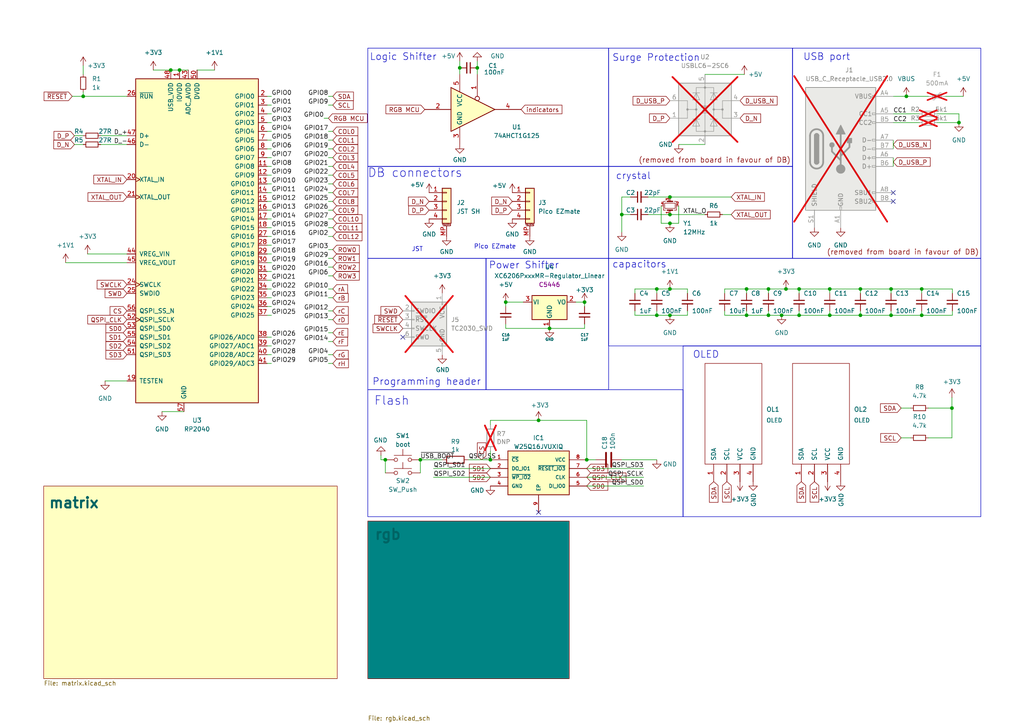
<source format=kicad_sch>
(kicad_sch (version 20231120) (generator "eeschema") (generator_version "8.0")
  (paper "A4")
  (junction (at 226.695 91.44))
  (junction (at 262.89 27.94))
  (junction (at 194.31 57.15))
  (junction (at 159.385 95.25) (diameter 0.9144))
  (junction (at 190.5 83.82))
  (junction (at 267.335 83.82))
  (junction (at 249.555 83.82))
  (junction (at 121.92 133.35))
  (junction (at 267.335 91.44))
  (junction (at 278.13 35.56))
  (junction (at 216.535 91.44))
  (junction (at 52.07 20.32))
  (junction (at 138.43 19.685))
  (junction (at 190.5 91.44))
  (junction (at 194.31 91.44))
  (junction (at 240.665 83.82))
  (junction (at 169.545 87.63) (diameter 0.9144))
  (junction (at 258.445 91.44))
  (junction (at 194.31 83.82))
  (junction (at 194.31 64.77))
  (junction (at 276.098 118.364))
  (junction (at 133.35 19.685))
  (junction (at 222.885 83.82))
  (junction (at 231.775 83.82))
  (junction (at 240.665 91.44))
  (junction (at 258.445 83.82))
  (junction (at 194.31 62.23))
  (junction (at 142.24 133.35))
  (junction (at 231.775 91.44))
  (junction (at 111.76 133.35))
  (junction (at 222.885 91.44))
  (junction (at 227.965 83.82))
  (junction (at 24.13 27.94))
  (junction (at 216.535 83.82))
  (junction (at 49.53 20.32))
  (junction (at 180.34 62.23))
  (junction (at 146.685 87.63) (diameter 0.9144))
  (junction (at 156.21 121.92))
  (junction (at 170.18 133.35))
  (junction (at 249.555 91.44))
  (no_connect (at 156.21 148.59))
  (no_connect (at 259.08 58.42))
  (no_connect (at 116.84 97.79))
  (no_connect (at 259.08 55.88))
  (wire (pts (xy 96.52 83.82) (xy 95.25 83.82)))
  (wire (pts (xy 231.775 83.82) (xy 240.665 83.82)))
  (wire (pts (xy 96.52 90.17) (xy 95.25 90.17)))
  (wire (pts (xy 57.15 20.32) (xy 62.23 20.32)))
  (wire (pts (xy 95.25 48.26) (xy 96.52 48.26)))
  (wire (pts (xy 77.47 76.2) (xy 78.74 76.2)))
  (wire (pts (xy 276.225 91.44) (xy 276.225 90.17)))
  (wire (pts (xy 210.185 85.09) (xy 210.185 83.82)))
  (wire (pts (xy 142.24 121.92) (xy 142.24 123.19)))
  (wire (pts (xy 199.39 83.82) (xy 199.39 85.09)))
  (wire (pts (xy 77.47 38.1) (xy 78.74 38.1)))
  (wire (pts (xy 96.52 92.71) (xy 95.25 92.71)))
  (wire (pts (xy 191.77 59.69) (xy 191.77 64.77)))
  (wire (pts (xy 274.32 27.94) (xy 279.4 27.94)))
  (wire (pts (xy 262.89 27.94) (xy 269.24 27.94)))
  (wire (pts (xy 196.85 59.69) (xy 196.85 64.77)))
  (wire (pts (xy 276.225 83.82) (xy 276.225 85.09)))
  (wire (pts (xy 77.47 50.8) (xy 78.74 50.8)))
  (wire (pts (xy 78.74 88.9) (xy 77.47 88.9)))
  (wire (pts (xy 77.47 66.04) (xy 78.74 66.04)))
  (wire (pts (xy 199.39 91.44) (xy 199.39 90.17)))
  (wire (pts (xy 30.48 110.49) (xy 36.83 110.49)))
  (wire (pts (xy 180.34 62.23) (xy 180.34 67.31)))
  (wire (pts (xy 21.59 39.37) (xy 24.13 39.37)))
  (wire (pts (xy 29.21 39.37) (xy 36.83 39.37)))
  (wire (pts (xy 267.335 83.82) (xy 267.335 85.09)))
  (wire (pts (xy 210.185 83.82) (xy 216.535 83.82)))
  (wire (pts (xy 77.47 27.94) (xy 78.74 27.94)))
  (wire (pts (xy 142.24 121.92) (xy 156.21 121.92)))
  (wire (pts (xy 271.78 33.02) (xy 278.13 33.02)))
  (wire (pts (xy 146.685 87.63) (xy 151.765 87.63)))
  (wire (pts (xy 121.92 133.35) (xy 121.92 137.16)))
  (wire (pts (xy 216.535 91.44) (xy 222.885 91.44)))
  (wire (pts (xy 231.775 91.44) (xy 231.775 90.17)))
  (wire (pts (xy 24.13 27.94) (xy 36.83 27.94)))
  (wire (pts (xy 194.31 83.82) (xy 199.39 83.82)))
  (wire (pts (xy 240.665 91.44) (xy 249.555 91.44)))
  (wire (pts (xy 36.83 76.2) (xy 19.05 76.2)))
  (wire (pts (xy 95.25 40.64) (xy 96.52 40.64)))
  (wire (pts (xy 258.445 90.17) (xy 258.445 91.44)))
  (wire (pts (xy 138.43 19.685) (xy 138.43 21.59)))
  (wire (pts (xy 259.08 35.56) (xy 266.7 35.56)))
  (wire (pts (xy 77.47 55.88) (xy 78.74 55.88)))
  (wire (pts (xy 222.885 91.44) (xy 226.695 91.44)))
  (wire (pts (xy 261.366 127) (xy 264.16 127)))
  (wire (pts (xy 258.445 83.82) (xy 258.445 85.09)))
  (wire (pts (xy 259.08 33.02) (xy 266.7 33.02)))
  (wire (pts (xy 77.47 45.72) (xy 78.74 45.72)))
  (wire (pts (xy 170.18 135.89) (xy 186.69 135.89)))
  (wire (pts (xy 169.545 87.63) (xy 169.545 88.9)))
  (wire (pts (xy 172.72 133.35) (xy 170.18 133.35)))
  (wire (pts (xy 180.34 62.23) (xy 182.88 62.23)))
  (wire (pts (xy 95.25 72.39) (xy 96.52 72.39)))
  (wire (pts (xy 231.775 83.82) (xy 231.775 85.09)))
  (wire (pts (xy 269.24 127) (xy 276.098 127)))
  (wire (pts (xy 167.005 87.63) (xy 169.545 87.63)))
  (wire (pts (xy 78.74 86.36) (xy 77.47 86.36)))
  (wire (pts (xy 190.5 83.82) (xy 184.15 83.82)))
  (wire (pts (xy 187.96 62.23) (xy 194.31 62.23)))
  (wire (pts (xy 249.555 91.44) (xy 258.445 91.44)))
  (wire (pts (xy 190.5 133.35) (xy 180.34 133.35)))
  (wire (pts (xy 52.07 20.32) (xy 54.61 20.32)))
  (wire (pts (xy 138.43 17.78) (xy 138.43 19.685)))
  (wire (pts (xy 267.335 83.82) (xy 276.225 83.82)))
  (wire (pts (xy 194.31 91.44) (xy 199.39 91.44)))
  (wire (pts (xy 128.27 133.35) (xy 121.92 133.35)))
  (wire (pts (xy 95.25 105.41) (xy 96.52 105.41)))
  (wire (pts (xy 95.25 80.01) (xy 96.52 80.01)))
  (wire (pts (xy 191.77 64.77) (xy 194.31 64.77)))
  (wire (pts (xy 249.555 90.17) (xy 249.555 91.44)))
  (wire (pts (xy 77.47 33.02) (xy 78.74 33.02)))
  (wire (pts (xy 95.25 38.1) (xy 96.52 38.1)))
  (wire (pts (xy 95.25 27.94) (xy 96.52 27.94)))
  (wire (pts (xy 24.13 26.67) (xy 24.13 27.94)))
  (wire (pts (xy 25.4 73.66) (xy 36.83 73.66)))
  (wire (pts (xy 29.21 41.91) (xy 36.83 41.91)))
  (wire (pts (xy 77.47 58.42) (xy 78.74 58.42)))
  (wire (pts (xy 77.47 73.66) (xy 78.74 73.66)))
  (wire (pts (xy 95.25 74.93) (xy 96.52 74.93)))
  (wire (pts (xy 111.76 133.35) (xy 111.76 137.16)))
  (wire (pts (xy 159.385 95.25) (xy 146.685 95.25)))
  (wire (pts (xy 95.25 102.87) (xy 96.52 102.87)))
  (wire (pts (xy 96.52 58.42) (xy 95.25 58.42)))
  (wire (pts (xy 78.74 97.79) (xy 77.47 97.79)))
  (wire (pts (xy 146.685 93.98) (xy 146.685 95.25)))
  (wire (pts (xy 187.96 57.15) (xy 194.31 57.15)))
  (wire (pts (xy 196.85 64.77) (xy 194.31 64.77)))
  (wire (pts (xy 269.24 118.364) (xy 276.098 118.364)))
  (wire (pts (xy 210.185 91.44) (xy 216.535 91.44)))
  (wire (pts (xy 78.74 100.33) (xy 77.47 100.33)))
  (wire (pts (xy 240.665 83.82) (xy 240.665 85.09)))
  (wire (pts (xy 196.85 41.91) (xy 204.47 41.91)))
  (wire (pts (xy 182.88 57.15) (xy 180.34 57.15)))
  (wire (pts (xy 190.5 83.82) (xy 190.5 85.09)))
  (wire (pts (xy 96.52 53.34) (xy 95.25 53.34)))
  (wire (pts (xy 216.535 90.17) (xy 216.535 91.44)))
  (wire (pts (xy 184.15 90.17) (xy 184.15 91.44)))
  (wire (pts (xy 133.35 19.685) (xy 133.35 21.59)))
  (wire (pts (xy 222.885 83.82) (xy 222.885 85.09)))
  (wire (pts (xy 46.99 119.38) (xy 53.34 119.38)))
  (wire (pts (xy 261.366 118.364) (xy 264.16 118.364)))
  (wire (pts (xy 190.5 90.17) (xy 190.5 91.44)))
  (wire (pts (xy 170.18 140.97) (xy 186.69 140.97)))
  (wire (pts (xy 156.21 121.92) (xy 170.18 121.92)))
  (wire (pts (xy 78.74 105.41) (xy 77.47 105.41)))
  (wire (pts (xy 78.74 102.87) (xy 77.47 102.87)))
  (wire (pts (xy 240.665 91.44) (xy 240.665 90.17)))
  (wire (pts (xy 78.74 78.74) (xy 77.47 78.74)))
  (wire (pts (xy 278.13 33.02) (xy 278.13 35.56)))
  (wire (pts (xy 77.47 48.26) (xy 78.74 48.26)))
  (wire (pts (xy 184.15 83.82) (xy 184.15 85.09)))
  (wire (pts (xy 135.89 133.35) (xy 142.24 133.35)))
  (wire (pts (xy 77.47 53.34) (xy 78.74 53.34)))
  (wire (pts (xy 259.08 40.64) (xy 259.08 43.18)))
  (wire (pts (xy 78.74 91.44) (xy 77.47 91.44)))
  (wire (pts (xy 249.555 83.82) (xy 258.445 83.82)))
  (wire (pts (xy 24.13 19.05) (xy 24.13 21.59)))
  (wire (pts (xy 216.535 83.82) (xy 216.535 85.09)))
  (wire (pts (xy 110.49 133.35) (xy 110.49 132.08)))
  (wire (pts (xy 142.24 135.89) (xy 125.73 135.89)))
  (wire (pts (xy 96.52 60.96) (xy 95.25 60.96)))
  (wire (pts (xy 78.74 83.82) (xy 77.47 83.82)))
  (wire (pts (xy 77.47 43.18) (xy 78.74 43.18)))
  (wire (pts (xy 267.335 91.44) (xy 267.335 90.17)))
  (wire (pts (xy 77.47 63.5) (xy 78.74 63.5)))
  (wire (pts (xy 111.76 133.35) (xy 110.49 133.35)))
  (wire (pts (xy 95.25 77.47) (xy 96.52 77.47)))
  (wire (pts (xy 77.47 35.56) (xy 78.74 35.56)))
  (wire (pts (xy 96.52 99.06) (xy 95.25 99.06)))
  (wire (pts (xy 77.47 60.96) (xy 78.74 60.96)))
  (wire (pts (xy 222.885 83.82) (xy 227.965 83.82)))
  (wire (pts (xy 44.45 20.32) (xy 49.53 20.32)))
  (wire (pts (xy 209.55 62.23) (xy 212.09 62.23)))
  (wire (pts (xy 180.34 57.15) (xy 180.34 62.23)))
  (wire (pts (xy 194.31 83.82) (xy 190.5 83.82)))
  (wire (pts (xy 142.24 138.43) (xy 125.73 138.43)))
  (wire (pts (xy 204.47 21.59) (xy 215.9 21.59)))
  (wire (pts (xy 267.335 91.44) (xy 276.225 91.44)))
  (wire (pts (xy 77.47 71.12) (xy 78.74 71.12)))
  (wire (pts (xy 96.52 63.5) (xy 95.25 63.5)))
  (wire (pts (xy 96.52 86.36) (xy 95.25 86.36)))
  (wire (pts (xy 95.25 50.8) (xy 96.52 50.8)))
  (wire (pts (xy 77.47 40.64) (xy 78.74 40.64)))
  (wire (pts (xy 259.08 27.94) (xy 262.89 27.94)))
  (wire (pts (xy 222.885 90.17) (xy 222.885 91.44)))
  (wire (pts (xy 210.185 90.17) (xy 210.185 91.44)))
  (wire (pts (xy 95.25 68.58) (xy 96.52 68.58)))
  (wire (pts (xy 78.74 81.28) (xy 77.47 81.28)))
  (wire (pts (xy 186.69 138.43) (xy 170.18 138.43)))
  (wire (pts (xy 49.53 20.32) (xy 52.07 20.32)))
  (wire (pts (xy 170.18 121.92) (xy 170.18 133.35)))
  (wire (pts (xy 227.965 83.82) (xy 231.775 83.82)))
  (wire (pts (xy 231.775 91.44) (xy 240.665 91.44)))
  (wire (pts (xy 96.52 96.52) (xy 95.25 96.52)))
  (wire (pts (xy 77.47 30.48) (xy 78.74 30.48)))
  (wire (pts (xy 146.685 87.63) (xy 146.685 88.9)))
  (wire (pts (xy 142.24 130.81) (xy 142.24 133.35)))
  (wire (pts (xy 184.15 91.44) (xy 190.5 91.44)))
  (wire (pts (xy 249.555 83.82) (xy 249.555 85.09)))
  (wire (pts (xy 95.25 45.72) (xy 96.52 45.72)))
  (wire (pts (xy 133.35 17.78) (xy 133.35 19.685)))
  (wire (pts (xy 77.47 68.58) (xy 78.74 68.58)))
  (wire (pts (xy 93.98 34.29) (xy 95.25 34.29)))
  (wire (pts (xy 190.5 91.44) (xy 194.31 91.44)))
  (wire (pts (xy 159.385 95.25) (xy 169.545 95.25)))
  (wire (pts (xy 271.78 35.56) (xy 278.13 35.56)))
  (wire (pts (xy 258.445 83.82) (xy 267.335 83.82)))
  (wire (pts (xy 240.665 83.82) (xy 249.555 83.82)))
  (wire (pts (xy 259.08 45.72) (xy 259.08 48.26)))
  (wire (pts (xy 194.31 57.15) (xy 212.09 57.15)))
  (wire (pts (xy 20.955 27.94) (xy 24.13 27.94)))
  (wire (pts (xy 258.445 91.44) (xy 267.335 91.44)))
  (wire (pts (xy 95.25 30.48) (xy 96.52 30.48)))
  (wire (pts (xy 169.545 93.98) (xy 169.545 95.25)))
  (wire (pts (xy 95.25 43.18) (xy 96.52 43.18)))
  (wire (pts (xy 276.098 115.316) (xy 276.098 118.364)))
  (wire (pts (xy 96.52 55.88) (xy 95.25 55.88)))
  (wire (pts (xy 226.695 91.44) (xy 231.775 91.44)))
  (wire (pts (xy 96.52 66.04) (xy 95.25 66.04)))
  (wire (pts (xy 276.098 118.364) (xy 276.098 127)))
  (wire (pts (xy 194.31 62.23) (xy 204.47 62.23)))
  (wire (pts (xy 222.885 83.82) (xy 216.535 83.82)))
  (wire (pts (xy 21.59 41.91) (xy 24.13 41.91)))
  (rectangle (start 176.53 74.93) (end 284.48 100.33))
  (rectangle (start 176.53 48.26) (end 229.87 74.93))
  (rectangle (start 229.87 13.97) (end 284.48 74.93))
  (rectangle (start 106.68 13.97) (end 176.53 48.26))
  (rectangle (start 176.53 13.97) (end 229.87 48.26))
  (rectangle (start 140.97 74.93) (end 176.53 113.03))
  (rectangle (start 198.12 100.33) (end 284.48 149.86))
  (rectangle (start 106.68 113.03) (end 198.12 149.86))
  (rectangle (start 106.68 48.26) (end 176.53 74.93))
  (rectangle (start 106.68 74.93) (end 140.97 113.03))
  (text "capacitors" (at 177.546 77.978 0) (effects (font (size 2 2)) (justify left bottom)))
  (text "Power Shifter" (at 141.732 78.232 0) (effects (font (size 2 2)) (justify left bottom)))
  (text "Pico EZmate" (at 137.414 72.39 0) (effects (font (size 1.27 1.27)) (justify left bottom)))
  (text "(removed from board in favour of DB)" (at 239.776 74.168 0) (effects (font (size 1.5 1.5)) (justify left bottom)))
  (text "OLED" (at 200.914 104.14 0) (effects (font (size 2 2)) (justify left bottom)))
  (text "crystal" (at 178.562 52.324 0) (effects (font (size 2 2)) (justify left bottom)))
  (text "Logic Shifter" (at 107.188 17.78 0) (effects (font (size 2 2)) (justify left bottom)))
  (text "DB connectors" (at 120.396 50.292 0) (effects (font (size 2.5 2.5))))
  (text "(removed from board in favour of DB)" (at 185.166 47.498 0) (effects (font (size 1.5 1.5)) (justify left bottom)))
  (text "USB port" (at 232.918 17.78 0) (effects (font (size 2 2)) (justify left bottom)))
  (text "Flash" (at 108.458 117.856 0) (effects (font (size 2.54 2.54)) (justify left bottom)))
  (text "Programming header" (at 107.95 112.014 0) (effects (font (size 2 2)) (justify left bottom)))
  (text "JST" (at 119.38 73.152 0) (effects (font (size 1.27 1.27)) (justify left bottom)))
  (text "Surge Protection" (at 177.546 18.034 0) (effects (font (size 2 2)) (justify left bottom)))
  (label "GPIO4" (at 95.25 102.87 180))
  (label "GPIO0" (at 78.74 27.94 0))
  (label "GPIO23" (at 78.74 86.36 0))
  (label "GPIO10" (at 78.74 53.34 0))
  (label "QSPI_SS" (at 135.89 133.35 0))
  (label "GPIO14" (at 95.25 99.06 180))
  (label "GPIO8" (at 78.74 48.26 0))
  (label "GPIO19" (at 95.25 43.18 180))
  (label "GPIO6" (at 95.25 80.01 180))
  (label "D_+" (at 33.02 39.37 0))
  (label "~{USB_BOOT}" (at 121.92 133.35 0))
  (label "GPIO27" (at 78.74 100.33 0))
  (label "QSPI_SD2" (at 125.73 138.43 0))
  (label "QSPI_SD3" (at 186.69 135.89 180))
  (label "XTAL_O" (at 198.12 62.23 0))
  (label "GPIO19" (at 78.74 76.2 0))
  (label "GPIO24" (at 78.74 88.9 0))
  (label "GPIO11" (at 95.25 86.36 180))
  (label "GPIO5" (at 95.25 105.41 180))
  (label "GPIO21" (at 78.74 81.28 0))
  (label "GPIO26" (at 95.25 60.96 180))
  (label "GPIO28" (at 95.25 66.04 180))
  (label "GPIO12" (at 95.25 90.17 180))
  (label "CC1" (at 259.08 33.02 0))
  (label "GPIO18" (at 78.74 73.66 0))
  (label "GPIO26" (at 78.74 97.79 0))
  (label "GPIO16" (at 78.74 68.58 0))
  (label "GPIO25" (at 78.74 91.44 0))
  (label "GPIO14" (at 78.74 63.5 0))
  (label "GPIO1" (at 78.74 30.48 0))
  (label "GPIO10" (at 95.25 83.82 180))
  (label "GPIO24" (at 95.25 55.88 180))
  (label "CC2" (at 259.08 35.56 0))
  (label "GPIO15" (at 95.25 96.52 180))
  (label "GPIO27" (at 95.25 63.5 180))
  (label "GPIO17" (at 95.25 38.1 180))
  (label "GPIO20" (at 78.74 78.74 0))
  (label "GPIO29" (at 95.25 74.93 180))
  (label "QSPI_SD1" (at 125.73 135.89 0))
  (label "QSPI_SCLK" (at 186.69 138.43 180))
  (label "GPIO2" (at 78.74 33.02 0))
  (label "GPIO15" (at 78.74 66.04 0))
  (label "GPIO17" (at 78.74 71.12 0))
  (label "GPIO12" (at 78.74 58.42 0))
  (label "D_-" (at 33.02 41.91 0))
  (label "GPIO3" (at 78.74 35.56 0))
  (label "GPIO9" (at 95.25 30.48 180))
  (label "GPIO13" (at 95.25 92.71 180))
  (label "GPIO2" (at 95.25 68.58 180))
  (label "GPIO16" (at 95.25 77.47 180))
  (label "GPIO9" (at 78.74 50.8 0))
  (label "GPIO28" (at 78.74 102.87 0))
  (label "GPIO18" (at 95.25 40.64 180))
  (label "GPIO0" (at 93.98 34.29 180))
  (label "GPIO22" (at 95.25 50.8 180))
  (label "GPIO13" (at 78.74 60.96 0))
  (label "GPIO7" (at 78.74 45.72 0))
  (label "GPIO21" (at 95.25 48.26 180))
  (label "GPIO23" (at 95.25 53.34 180))
  (label "GPIO4" (at 78.74 38.1 0))
  (label "GPIO11" (at 78.74 55.88 0))
  (label "GPIO3" (at 95.25 72.39 180))
  (label "GPIO5" (at 78.74 40.64 0))
  (label "GPIO29" (at 78.74 105.41 0))
  (label "QSPI_SD0" (at 186.69 140.97 180))
  (label "GPIO22" (at 78.74 83.82 0))
  (label "GPIO20" (at 95.25 45.72 180))
  (label "GPIO25" (at 95.25 58.42 180))
  (label "GPIO6" (at 78.74 43.18 0))
  (label "GPIO8" (at 95.25 27.94 180))
  (global_label "COL0" (shape input) (at 96.52 38.1 0) (property "Intersheetrefs" "${INTERSHEET_REFS}" (effects (hide yes))))
  (global_label "COL3" (shape input) (at 96.52 45.72 0) (property "Intersheetrefs" "${INTERSHEET_REFS}" (effects (hide yes))))
  (global_label "SD3" (shape input) (at 36.83 102.87 180) (property "Intersheetrefs" "${INTERSHEET_REFS}" (effects (hide yes))))
  (global_label "rG" (shape input) (at 96.52 102.87 0) (property "Intersheetrefs" "${INTERSHEET_REFS}" (effects (hide yes))))
  (global_label "ROW1" (shape input) (at 96.52 74.93 0) (property "Intersheetrefs" "${INTERSHEET_REFS}" (effects (hide yes))))
  (global_label "D_USB_N" (shape input) (at 214.63 29.21 0) (property "Intersheetrefs" "${INTERSHEET_REFS}" (effects (hide yes))))
  (global_label "CS" (shape input) (at 36.83 90.17 180) (property "Intersheetrefs" "${INTERSHEET_REFS}" (effects (hide yes))))
  (global_label "SD1" (shape input) (at 142.24 135.89 180) (property "Intersheetrefs" "${INTERSHEET_REFS}" (effects (hide yes))))
  (global_label "XTAL_OUT" (shape input) (at 36.83 57.15 180) (property "Intersheetrefs" "${INTERSHEET_REFS}" (effects (hide yes))))
  (global_label "COL9" (shape input) (at 96.52 60.96 0) (property "Intersheetrefs" "${INTERSHEET_REFS}" (effects (hide yes))))
  (global_label "SD0" (shape input) (at 36.83 95.25 180) (property "Intersheetrefs" "${INTERSHEET_REFS}" (effects (hide yes))))
  (global_label "SD0" (shape input) (at 170.18 140.97 0) (property "Intersheetrefs" "${INTERSHEET_REFS}" (effects (hide yes))))
  (global_label "SD3" (shape input) (at 170.18 135.89 0) (property "Intersheetrefs" "${INTERSHEET_REFS}" (effects (hide yes))))
  (global_label "SWD" (shape input) (at 116.84 90.17 180) (property "Intersheetrefs" "${INTERSHEET_REFS}" (effects (hide yes))))
  (global_label "~{RESET}" (shape input) (at 116.84 92.71 180) (property "Intersheetrefs" "${INTERSHEET_REFS}" (effects (hide yes))))
  (global_label "COL5" (shape input) (at 96.52 50.8 0) (property "Intersheetrefs" "${INTERSHEET_REFS}" (effects (hide yes))))
  (global_label "XTAL_IN" (shape input) (at 36.83 52.07 180) (property "Intersheetrefs" "${INTERSHEET_REFS}" (effects (hide yes))))
  (global_label "~{RESET}" (shape input) (at 20.955 27.94 180) (property "Intersheetrefs" "${INTERSHEET_REFS}" (effects (hide yes))))
  (global_label "SCL" (shape input) (at 210.82 139.7 270) (property "Intersheetrefs" "${INTERSHEET_REFS}" (effects (hide yes))))
  (global_label "COL6" (shape input) (at 96.52 53.34 0) (property "Intersheetrefs" "${INTERSHEET_REFS}" (effects (hide yes))))
  (global_label "COL4" (shape input) (at 96.52 48.26 0) (property "Intersheetrefs" "${INTERSHEET_REFS}" (effects (hide yes))))
  (global_label "D_N" (shape input) (at 214.63 34.29 0) (property "Intersheetrefs" "${INTERSHEET_REFS}" (effects (hide yes))))
  (global_label "SDA" (shape input) (at 261.366 118.364 180) (property "Intersheetrefs" "${INTERSHEET_REFS}" (effects (hide yes))))
  (global_label "SDA" (shape input) (at 232.41 139.7 270) (property "Intersheetrefs" "${INTERSHEET_REFS}" (effects (hide yes))))
  (global_label "D_USB_N" (shape input) (at 259.08 41.91 0) (property "Intersheetrefs" "${INTERSHEET_REFS}" (effects (hide yes))))
  (global_label "COL7" (shape input) (at 96.52 55.88 0) (property "Intersheetrefs" "${INTERSHEET_REFS}" (effects (hide yes))))
  (global_label "QSPI_CLK" (shape input) (at 36.83 92.71 180) (property "Intersheetrefs" "${INTERSHEET_REFS}" (effects (hide yes))))
  (global_label "RGB MCU" (shape input) (at 123.19 31.75 180) (property "Intersheetrefs" "${INTERSHEET_REFS}" (effects (hide yes))))
  (global_label "SD2" (shape input) (at 142.24 138.43 180) (property "Intersheetrefs" "${INTERSHEET_REFS}" (effects (hide yes))))
  (global_label "SWCLK" (shape input) (at 116.84 95.25 180) (property "Intersheetrefs" "${INTERSHEET_REFS}" (effects (hide yes))))
  (global_label "D_N" (shape input) (at 21.59 41.91 180) (property "Intersheetrefs" "${INTERSHEET_REFS}" (effects (hide yes))))
  (global_label "SDA" (shape input) (at 96.52 27.94 0) (property "Intersheetrefs" "${INTERSHEET_REFS}" (effects (hide yes))))
  (global_label "rE" (shape input) (at 96.52 96.52 0) (property "Intersheetrefs" "${INTERSHEET_REFS}" (effects (hide yes))))
  (global_label "rB" (shape input) (at 96.52 86.36 0) (property "Intersheetrefs" "${INTERSHEET_REFS}" (effects (hide yes))))
  (global_label "rC" (shape input) (at 96.52 90.17 0) (property "Intersheetrefs" "${INTERSHEET_REFS}" (effects (hide yes))))
  (global_label "D_USB_P" (shape input) (at 259.08 46.99 0) (property "Intersheetrefs" "${INTERSHEET_REFS}" (effects (hide yes))))
  (global_label "SCL" (shape input) (at 96.52 30.48 0) (property "Intersheetrefs" "${INTERSHEET_REFS}" (effects (hide yes))))
  (global_label "rD" (shape input) (at 96.52 92.71 0) (property "Intersheetrefs" "${INTERSHEET_REFS}" (effects (hide yes))))
  (global_label "SD1" (shape input) (at 36.83 97.79 180) (property "Intersheetrefs" "${INTERSHEET_REFS}" (effects (hide yes))))
  (global_label "ROW0" (shape input) (at 96.52 72.39 0) (property "Intersheetrefs" "${INTERSHEET_REFS}" (effects (hide yes))))
  (global_label "XTAL_OUT" (shape input) (at 212.09 62.23 0) (property "Intersheetrefs" "${INTERSHEET_REFS}" (effects (hide yes))))
  (global_label "SCL" (shape input) (at 236.22 139.7 270) (property "Intersheetrefs" "${INTERSHEET_REFS}" (effects (hide yes))))
  (global_label "COL2" (shape input) (at 96.52 43.18 0) (property "Intersheetrefs" "${INTERSHEET_REFS}" (effects (hide yes))))
  (global_label "COL1" (shape input) (at 96.52 40.64 0) (property "Intersheetrefs" "${INTERSHEET_REFS}" (effects (hide yes))))
  (global_label "D_P" (shape input) (at 194.31 34.29 180) (property "Intersheetrefs" "${INTERSHEET_REFS}" (effects (hide yes))))
  (global_label "rA" (shape input) (at 96.52 83.82 0) (property "Intersheetrefs" "${INTERSHEET_REFS}" (effects (hide yes))))
  (global_label "ROW2" (shape input) (at 96.52 77.47 0) (property "Intersheetrefs" "${INTERSHEET_REFS}" (effects (hide yes))))
  (global_label "D_P" (shape input) (at 124.46 60.96 180) (property "Intersheetrefs" "${INTERSHEET_REFS}" (effects (hide yes))))
  (global_label "D_P" (shape input) (at 21.59 39.37 180) (property "Intersheetrefs" "${INTERSHEET_REFS}" (effects (hide yes))))
  (global_label "SD2" (shape input) (at 36.83 100.33 180) (property "Intersheetrefs" "${INTERSHEET_REFS}" (effects (hide yes))))
  (global_label "SCL" (shape input) (at 261.366 127 180) (property "Intersheetrefs" "${INTERSHEET_REFS}" (effects (hide yes))))
  (global_label "XTAL_IN" (shape input) (at 212.09 57.15 0) (property "Intersheetrefs" "${INTERSHEET_REFS}" (effects (hide yes))))
  (global_label "COL11" (shape input) (at 96.52 66.04 0) (property "Intersheetrefs" "${INTERSHEET_REFS}" (effects (hide yes))))
  (global_label "QSPI_CLK" (shape input) (at 170.18 138.43 0) (property "Intersheetrefs" "${INTERSHEET_REFS}" (effects (hide yes))))
  (global_label "D_P" (shape input) (at 148.59 60.96 180) (property "Intersheetrefs" "${INTERSHEET_REFS}" (effects (hide yes))))
  (global_label "D_N" (shape input) (at 124.46 58.42 180) (property "Intersheetrefs" "${INTERSHEET_REFS}" (effects (hide yes))))
  (global_label "SWD" (shape input) (at 36.83 85.09 180) (property "Intersheetrefs" "${INTERSHEET_REFS}" (effects (hide yes))))
  (global_label "RGB MCU" (shape input) (at 95.25 34.29 0) (property "Intersheetrefs" "${INTERSHEET_REFS}" (effects (hide yes))))
  (global_label "rF" (shape input) (at 96.52 99.06 0) (property "Intersheetrefs" "${INTERSHEET_REFS}" (effects (hide yes))))
  (global_label "D_N" (shape input) (at 148.59 58.42 180) (property "Intersheetrefs" "${INTERSHEET_REFS}" (effects (hide yes))))
  (global_label "D_USB_P" (shape input) (at 194.31 29.21 180) (property "Intersheetrefs" "${INTERSHEET_REFS}" (effects (hide yes))))
  (global_label "ROW3" (shape input) (at 96.52 80.01 0) (property "Intersheetrefs" "${INTERSHEET_REFS}" (effects (hide yes))))
  (global_label "SWCLK" (shape input) (at 36.83 82.55 180) (property "Intersheetrefs" "${INTERSHEET_REFS}" (effects (hide yes))))
  (global_label "SDA" (shape input) (at 207.01 139.7 270) (property "Intersheetrefs" "${INTERSHEET_REFS}" (effects (hide yes))))
  (global_label "rH" (shape input) (at 96.52 105.41 0) (property "Intersheetrefs" "${INTERSHEET_REFS}" (effects (hide yes))))
  (global_label "COL12" (shape input) (at 96.52 68.58 0) (property "Intersheetrefs" "${INTERSHEET_REFS}" (effects (hide yes))))
  (global_label "COL8" (shape input) (at 96.52 58.42 0) (property "Intersheetrefs" "${INTERSHEET_REFS}" (effects (hide yes))))
  (global_label "CS" (shape input) (at 139.7 133.35 90) (property "Intersheetrefs" "${INTERSHEET_REFS}" (effects (hide yes))))
  (global_label "COL10" (shape input) (at 96.52 63.5 0) (property "Intersheetrefs" "${INTERSHEET_REFS}" (effects (hide yes))))
  (global_label "indicators" (shape input) (at 151.13 31.75 0) (property "Intersheetrefs" "${INTERSHEET_REFS}" (effects (hide yes))))
  (symbol (lib_id "power:+1V1") (at 62.23 20.32 0) (unit 1)
    (property "Reference" "#PWR05" (effects (hide yes)))
    (property "Value" "+1V1" (at 62.23 15.24 0))
  )
  (symbol (lib_id "power:GND") (at 110.49 132.08 180) (unit 1)
    (property "Reference" "#PWR037" (effects (hide yes)))
    (property "Value" "GND" (at 110.363 127.6858 0))
  )
  (symbol (lib_id "power:+1V1") (at 19.05 76.2 0) (unit 1)
    (property "Reference" "#PWR023" (effects (hide yes)))
    (property "Value" "+1V1" (at 19.05 71.12 0))
  )
  (symbol (lib_id "Device:C_Small") (at 267.335 87.63 0) (unit 1)
    (property "Reference" "C14" (at 268.605 85.0899 0) (effects (justify left)))
    (property "Value" "100nF" (at 268.605 90.1699 0) (effects (justify left)))
    (property "Footprint" "Capacitor_SMD:C_0402_1005Metric" (effects (hide yes)))
    (property "LCSC" "C1525" (effects (hide yes)))
  )
  (symbol (lib_id "power:GND") (at 153.67 68.58 0) (unit 1)
    (property "Reference" "#PWR021" (effects (hide yes)))
    (property "Value" "GND" (at 153.67 73.0234 0))
  )
  (symbol (lib_id "power:GND") (at 129.54 68.58 0) (unit 1)
    (property "Reference" "#PWR020" (effects (hide yes)))
    (property "Value" "GND" (at 129.54 73.0234 0))
  )
  (symbol (lib_id "Device:C_Small") (at 190.5 87.63 0) (unit 1)
    (property "Reference" "C5" (at 191.77 85.0899 0) (effects (justify left)))
    (property "Value" "100nF" (at 191.77 90.1699 0) (effects (justify left)))
    (property "Footprint" "Capacitor_SMD:C_0402_1005Metric" (effects (hide yes)))
    (property "LCSC" "C1525" (effects (hide yes)))
  )
  (symbol (lib_id "power:GND") (at 133.35 41.91 0) (unit 1)
    (property "Reference" "#PWR010" (effects (hide yes)))
    (property "Value" "GND" (at 133.35 46.355 0))
  )
  (symbol (lib_id "Connector_Generic_MountingPin:Conn_01x04_MountingPin") (at 153.67 58.42 0) (unit 1)
    (property "Reference" "J3" (at 156.083 58.7755 0) (effects (justify left)))
    (property "Value" "Pico EZmate" (at 156.083 61.3155 0) (effects (justify left)))
    (property "Footprint" "Connector_Molex:Molex_Pico-EZmate_78171-0004_1x04-1MP_P1.20mm_Vertical" (effects (hide yes)))
  )
  (symbol (lib_id "power:GND") (at 128.27 102.87 0) (unit 1)
    (property "Reference" "#PWR040" (effects (hide yes)))
    (property "Value" "GND" (at 128.397 107.2642 0))
  )
  (symbol (lib_id "power:GND") (at 138.43 17.78 180) (unit 1)
    (property "Reference" "#PWR02" (effects (hide yes)))
    (property "Value" "GND" (at 142.24 16.256 0) (effects (justify right)))
  )
  (symbol (lib_id "Power_Protection:USBLC6-2SC6") (at 204.47 31.75 0) (unit 1) (exclude_from_sim yes) (in_bom no) (on_board no) (dnp yes)
    (property "Reference" "U2" (at 204.47 16.51 0))
    (property "Value" "USBLC6-2SC6" (at 204.47 19.05 0))
    (property "Footprint" "Package_TO_SOT_SMD:SOT-23-6" (effects (hide yes)))
    (property "Datasheet" "https://www.st.com/resource/en/datasheet/usblc6-2.pdf" (effects (hide yes)))
    (property "LCSC" "C2827654" (effects (hide yes)))
  )
  (symbol (lib_id "power:GND") (at 190.5 133.35 0) (unit 1)
    (property "Reference" "#PWR038" (effects (hide yes)))
    (property "Value" "GND" (at 194.31 134.62 0))
  )
  (symbol (lib_id "kbd:OLED") (at 238.76 120.65 90) (unit 1)
    (property "Reference" "OL2" (at 247.65 118.745 90) (effects (font (size 1.2954 1.2954)) (justify right)))
    (property "Value" "OLED" (at 247.65 121.92 90) (effects (font (size 1.1938 1.1938)) (justify right)))
    (property "Footprint" "kbd:OLED_v2" (effects (hide yes)))
  )
  (symbol (lib_id "power:GND") (at 148.59 63.5 0) (unit 1)
    (property "Reference" "#PWR015" (effects (hide yes)))
    (property "Value" "GND" (at 148.59 67.9434 0))
  )
  (symbol (lib_id "Device:C_Small") (at 258.445 87.63 0) (unit 1)
    (property "Reference" "C13" (at 259.715 85.0899 0) (effects (justify left)))
    (property "Value" "100nF" (at 259.715 90.1699 0) (effects (justify left)))
    (property "Footprint" "Capacitor_SMD:C_0402_1005Metric" (effects (hide yes)))
    (property "LCSC" "C1525" (effects (hide yes)))
  )
  (symbol (lib_id "Device:C_Small") (at 169.545 91.44 180) (unit 1)
    (property "Reference" "C17" (at 169.545 97.155 0) (effects (font (size 0.762 0.762))))
    (property "Value" "1uF" (at 169.545 98.425 0) (effects (font (size 0.762 0.762))))
    (property "Footprint" "Capacitor_SMD:C_0402_1005Metric" (effects (hide yes)))
    (property "LCSC" "C52923" (effects (hide yes)))
  )
  (symbol (lib_id "Device:R_Small") (at 266.7 127 90) (unit 1)
    (property "Reference" "R10" (at 266.7 120.904 90))
    (property "Value" "4.7k" (at 266.7 123.444 90))
    (property "Footprint" "Resistor_SMD:R_0402_1005Metric" (effects (hide yes)))
    (property "LCSC" "C25900" (effects (hide yes)))
    (property "Package" "0402" (effects (hide yes)))
  )
  (symbol (lib_id "Connector:USB_C_Receptacle_USB2.0") (at 243.84 43.18 0) (unit 1) (in_bom no) (on_board no) (dnp yes)
    (property "Reference" "J1" (at 246.3165 20.32 0))
    (property "Value" "USB_C_Receptacle_USB2.0" (at 246.3165 22.86 0))
    (property "Footprint" "Connector_USB:USB_C_Receptacle_HRO_TYPE-C-31-M-12" (effects (hide yes)))
    (property "Datasheet" "https://www.usb.org/sites/default/files/documents/usb_type-c.zip" (effects (hide yes)))
    (property "LCSC" "C165948" (effects (hide yes)))
  )
  (symbol (lib_id "power:GND") (at 243.84 139.7 0) (unit 1)
    (property "Reference" "#PWR044" (effects (hide yes)))
    (property "Value" "GND" (at 243.967 142.9512 90) (effects (justify right)))
  )
  (symbol (lib_id "Device:C_Small") (at 135.89 19.685 270) (unit 1)
    (property "Reference" "C1" (at 141.605 19.05 90) (effects (justify left)))
    (property "Value" "100nF" (at 140.335 20.955 90) (effects (justify left)))
    (property "Footprint" "Capacitor_SMD:C_0402_1005Metric" (effects (hide yes)))
  )
  (symbol (lib_id "W25Q16JVUXIQ:W25Q16JVUXIQ") (at 128.27 133.35 0) (unit 1)
    (property "Reference" "IC1" (at 156.21 127 0))
    (property "Value" "W25Q16JVUXIQ" (at 156.21 129.54 0))
    (property "Footprint" "W25Q16JVUXIQ:SON50P300X200X60-9N" (effects (hide yes)))
    (property "Datasheet" "https://datasheet.lcsc.com/lcsc/2205122030_Winbond-Elec-W25Q16JVUXIQ_C2843335.pdf" (effects (hide yes)))
    (property "MANUFACTURER_NAME" "Winbond" (effects (hide yes)))
    (property "HEIGHT" "0.6mm" (effects (hide yes)))
    (property "DESCRIPTION" "SPIFLASH, 3V, 16M-BIT, 4KB UNIFO" (effects (hide yes)))
    (property "MANUFACTURER_PART_NUMBER" "W25Q16JVUXIQ" (effects (hide yes)))
    (property "LCSC Part" "C2843335" (effects (hide yes)))
    (property "LCSC" "C2843335" (effects (hide yes)))
  )
  (symbol (lib_id "power:+3V3") (at 227.965 83.82 0) (unit 1)
    (property "Reference" "#PWR025" (effects (hide yes)))
    (property "Value" "+3V3" (at 227.965 78.74 0))
  )
  (symbol (lib_id "power:+3V3") (at 214.63 139.7 180) (unit 1)
    (property "Reference" "#PWR041" (effects (hide yes)))
    (property "Value" "+3V3" (at 214.63 144.78 0))
  )
  (symbol (lib_id "power:+1V1") (at 194.31 83.82 0) (unit 1)
    (property "Reference" "#PWR024" (effects (hide yes)))
    (property "Value" "+1V1" (at 194.31 78.74 0))
  )
  (symbol (lib_id "Device:R") (at 142.24 127 0) (unit 1) (on_board no) (dnp yes)
    (property "Reference" "R7" (at 144.018 125.8316 0) (effects (justify left)))
    (property "Value" "DNP" (at 144.018 128.143 0) (effects (justify left)))
    (property "Footprint" "Capacitor_SMD:C_0402_1005Metric" (effects (hide yes)))
    (property "LCSC" "C25905" (effects (hide yes)))
  )
  (symbol (lib_id "power:+3V3") (at 156.21 121.92 0) (unit 1)
    (property "Reference" "#PWR033" (effects (hide yes)))
    (property "Value" "+3V3" (at 156.591 117.5258 0))
  )
  (symbol (lib_id "power:+5V") (at 279.4 27.94 0) (unit 1)
    (property "Reference" "#PWR08" (effects (hide yes)))
    (property "Value" "+5V" (at 279.4 22.86 0))
  )
  (symbol (lib_id "power:GND") (at 236.22 66.04 0) (unit 1)
    (property "Reference" "#PWR017" (effects (hide yes)))
    (property "Value" "GND" (at 236.22 71.12 0))
  )
  (symbol (lib_id "power:GND") (at 196.85 41.91 0) (unit 1)
    (property "Reference" "#PWR011" (effects (hide yes)))
    (property "Value" "GND" (at 193.04 41.91 0))
  )
  (symbol (lib_id "power:GND") (at 194.31 64.77 0) (unit 1)
    (property "Reference" "#PWR016" (effects (hide yes)))
    (property "Value" "GND" (at 194.31 69.85 0))
  )
  (symbol (lib_id "Sleep-lib:RP2040") (at 57.15 71.12 0) (unit 1)
    (property "Reference" "U3" (at 57.15 121.92 0))
    (property "Value" "RP2040" (at 57.15 124.46 0))
    (property "Footprint" "Sleep-lib:RP2040-QFN-56" (effects (hide yes)))
    (property "Datasheet" "https://datasheets.raspberrypi.com/rp2040/rp2040-datasheet.pdf" (effects (hide yes)))
    (property "LCSC" "C2040" (effects (hide yes)))
  )
  (symbol (lib_id "power:+3V3") (at 240.03 139.7 180) (unit 1)
    (property "Reference" "#PWR043" (effects (hide yes)))
    (property "Value" "+3V3" (at 240.03 144.78 0))
  )
  (symbol (lib_id "power:GND") (at 194.31 91.44 0) (unit 1)
    (property "Reference" "#PWR030" (effects (hide yes)))
    (property "Value" "GND" (at 194.31 96.52 0))
  )
  (symbol (lib_id "Device:C_Small") (at 276.225 87.63 0) (unit 1)
    (property "Reference" "C15" (at 277.495 85.0899 0) (effects (justify left)))
    (property "Value" "100nF" (at 277.495 90.1699 0) (effects (justify left)))
    (property "Footprint" "Capacitor_SMD:C_0402_1005Metric" (effects (hide yes)))
    (property "LCSC" "C1525" (effects (hide yes)))
  )
  (symbol (lib_id "Device:R_Small") (at 266.7 118.364 90) (unit 1)
    (property "Reference" "R8" (at 266.7 112.268 90))
    (property "Value" "4.7k" (at 266.7 114.808 90))
    (property "Footprint" "Resistor_SMD:R_0402_1005Metric" (effects (hide yes)))
    (property "LCSC" "C25900" (effects (hide yes)))
    (property "Package" "0402" (effects (hide yes)))
  )
  (symbol (lib_id "power:+3V3") (at 44.45 20.32 0) (unit 1)
    (property "Reference" "#PWR04" (effects (hide yes)))
    (property "Value" "+3V3" (at 44.45 15.24 0))
  )
  (symbol (lib_id "power:GND") (at 226.695 91.44 0) (unit 1)
    (property "Reference" "#PWR031" (effects (hide yes)))
    (property "Value" "GND" (at 226.695 96.52 0))
  )
  (symbol (lib_id "Device:C") (at 176.53 133.35 90) (unit 1)
    (property "Reference" "C18" (at 175.3616 130.429 0) (effects (justify left)))
    (property "Value" "100n" (at 177.673 130.429 0) (effects (justify left)))
    (property "Footprint" "Capacitor_SMD:C_0402_1005Metric" (effects (hide yes)))
    (property "LCSC" "C1525" (effects (hide yes)))
  )
  (symbol (lib_id "Device:R_Small") (at 26.67 39.37 90) (unit 1)
    (property "Reference" "R4" (at 22.86 38.1 90))
    (property "Value" "27R" (at 30.48 38.1 90))
    (property "Footprint" "Resistor_SMD:R_0402_1005Metric" (effects (hide yes)))
    (property "LCSC" "C25190" (effects (hide yes)))
  )
  (symbol (lib_id "power:+5V") (at 215.9 21.59 0) (unit 1)
    (property "Reference" "#PWR06" (effects (hide yes)))
    (property "Value" "+5V" (at 219.075 21.59 0))
  )
  (symbol (lib_id "power:GND") (at 142.24 140.97 0) (unit 1)
    (property "Reference" "#PWR039" (effects (hide yes)))
    (property "Value" "GND" (at 138.43 142.24 0))
  )
  (symbol (lib_id "power:GND") (at 124.46 63.5 0) (unit 1)
    (property "Reference" "#PWR014" (effects (hide yes)))
    (property "Value" "GND" (at 124.46 67.9434 0))
  )
  (symbol (lib_id "Device:C_Small") (at 249.555 87.63 0) (unit 1)
    (property "Reference" "C12" (at 250.825 85.0899 0) (effects (justify left)))
    (property "Value" "100nF" (at 250.825 90.1699 0) (effects (justify left)))
    (property "Footprint" "Capacitor_SMD:C_0402_1005Metric" (effects (hide yes)))
    (property "LCSC" "C1525" (effects (hide yes)))
  )
  (symbol (lib_id "power:+3V3") (at 24.13 19.05 0) (unit 1)
    (property "Reference" "#PWR03" (effects (hide yes)))
    (property "Value" "+3V3" (at 27.94 19.05 0))
  )
  (symbol (lib_id "power:GND") (at 180.34 67.31 0) (unit 1)
    (property "Reference" "#PWR019" (effects (hide yes)))
    (property "Value" "GND" (at 180.34 72.39 0))
  )
  (symbol (lib_id "Connector_Generic_MountingPin:Conn_01x04_MountingPin") (at 129.54 58.42 0) (unit 1)
    (property "Reference" "J2" (at 132.461 58.7755 0) (effects (justify left)))
    (property "Value" "JST SH" (at 132.461 61.3155 0) (effects (justify left)))
    (property "Footprint" "Connector_JST:JST_SH_SM04B-SRSS-TB_1x04-1MP_P1.00mm_Horizontal" (effects (hide yes)))
  )
  (symbol (lib_id "power:+5V") (at 133.35 17.78 0) (unit 1)
    (property "Reference" "#PWR01" (effects (hide yes)))
    (property "Value" "+5V" (at 130.048 16.256 0))
  )
  (symbol (lib_id "power:+5V") (at 148.59 55.88 0) (unit 1)
    (property "Reference" "#PWR013" (effects (hide yes)))
    (property "Value" "+5V" (at 144.78 53.848 0))
  )
  (symbol (lib_id "power:+3.3V") (at 169.545 87.63 0) (unit 1)
    (property "Reference" "#PWR029" (effects (hide yes)))
    (property "Value" "+3V3" (at 169.545 84.0826 0))
  )
  (symbol (lib_id "power:GND") (at 30.48 110.49 0) (unit 1)
    (property "Reference" "#PWR034" (effects (hide yes)))
    (property "Value" "GND" (at 30.48 115.57 0))
  )
  (symbol (lib_id "Device:C_Small") (at 222.885 87.63 0) (unit 1)
    (property "Reference" "C9" (at 224.155 85.0899 0) (effects (justify left)))
    (property "Value" "100nF" (at 224.155 90.1699 0) (effects (justify left)))
    (property "Footprint" "Capacitor_SMD:C_0402_1005Metric" (effects (hide yes)))
    (property "LCSC" "C1525" (effects (hide yes)))
  )
  (symbol (lib_id "power:GND") (at 218.44 139.7 0) (unit 1)
    (property "Reference" "#PWR042" (effects (hide yes)))
    (property "Value" "GND" (at 218.567 142.9512 90) (effects (justify right)))
  )
  (symbol (lib_id "Device:R_Small") (at 26.67 41.91 90) (unit 1)
    (property "Reference" "R5" (at 22.86 40.64 90))
    (property "Value" "27R" (at 30.48 40.64 90))
    (property "Footprint" "Resistor_SMD:R_0402_1005Metric" (effects (hide yes)))
    (property "LCSC" "C25190" (effects (hide yes)))
  )
  (symbol (lib_id "power:VBUS") (at 262.89 27.94 0) (unit 1)
    (property "Reference" "#PWR07" (effects (hide yes)))
    (property "Value" "VBUS" (at 262.89 22.86 0))
  )
  (symbol (lib_id "Device:C_Small") (at 146.685 91.44 180) (unit 1)
    (property "Reference" "C16" (at 146.685 97.155 0) (effects (font (size 0.762 0.762))))
    (property "Value" "1uF" (at 146.685 98.425 0) (effects (font (size 0.762 0.762))))
    (property "Footprint" "Capacitor_SMD:C_0402_1005Metric" (effects (hide yes)))
    (property "LCSC" "C52923" (effects (hide yes)))
  )
  (symbol (lib_id "Switch:SW_Push") (at 116.84 133.35 0) (unit 1)
    (property "Reference" "SW1" (at 116.84 126.365 0))
    (property "Value" "boot" (at 116.84 128.905 0))
    (property "Footprint" "Button_Switch_SMD:SW_SPST_TL3342" (effects (hide yes)))
    (property "Datasheet" "https://datasheet.lcsc.com/lcsc/1811051111_ALPSALPINE-SKQGABE010_C115351.pdf" (effects (hide yes)))
    (property "LCSC Part" "C115351" (effects (hide yes)))
    (property "LCSC" "C115351" (effects (hide yes)))
  )
  (symbol (lib_id "Device:R") (at 132.08 133.35 270) (unit 1)
    (property "Reference" "R9" (at 132.08 128.0922 90))
    (property "Value" "1k" (at 132.08 130.4036 90))
    (property "Footprint" "Resistor_SMD:R_0402_1005Metric" (effects (hide yes)))
    (property "Datasheet" "https://datasheet.lcsc.com/lcsc/2205311845_UNI-ROYAL-Uniroyal-Elec-0402WGJ0102TCE_C25543.pdf" (effects (hide yes)))
    (property "LCSC Part" "C25543" (effects (hide yes)))
    (property "LCSC" "C25543" (effects (hide yes)))
  )
  (symbol (lib_id "Switch:SW_Push") (at 116.84 137.16 0) (unit 1) (in_bom no)
    (property "Reference" "SW2" (at 116.84 139.446 0))
    (property "Value" "SW_Push" (at 116.84 141.986 0))
    (property "Footprint" "Connector_PinSocket_2.54mm:PinSocket_1x02_P2.54mm_Vertical" (effects (hide yes)))
  )
  (symbol (lib_id "PCM_marbastlib-various:TC2030_SWD") (at 123.19 95.25 0) (unit 1) (in_bom no) (dnp yes)
    (property "Reference" "J5" (at 130.81 92.71 0) (effects (justify left)))
    (property "Value" "TC2030_SWD" (at 130.81 95.25 0) (effects (justify left)))
    (property "Footprint" "PCM_marbastlib-various:CON_TC2030_outlined" (effects (hide yes)))
    (property "Datasheet" " ~" (effects (hide yes)))
  )
  (symbol (lib_id "power:GND") (at 159.385 95.25 0) (unit 1)
    (property "Reference" "#PWR032" (effects (hide yes)))
    (property "Value" "GND" (at 159.385 98.425 0) (effects (font (size 0.762 0.762))))
  )
  (symbol (lib_id "Device:C_Small") (at 216.535 87.63 0) (unit 1)
    (property "Reference" "C8" (at 217.805 85.0899 0) (effects (justify left)))
    (property "Value" "1uF" (at 217.805 90.1699 0) (effects (justify left)))
    (property "Footprint" "Capacitor_SMD:C_0402_1005Metric" (effects (hide yes)))
    (property "LCSC" "C52923" (effects (hide yes)))
  )
  (symbol (lib_id "power:+3V3") (at 25.4 73.66 0) (unit 1)
    (property "Reference" "#PWR022" (effects (hide yes)))
    (property "Value" "+3V3" (at 25.4 68.58 0))
  )
  (symbol (lib_id "Device:C_Small") (at 185.42 62.23 90) (unit 1)
    (property "Reference" "C3" (at 182.88 60.96 90))
    (property "Value" "22pF" (at 189.23 60.96 90))
    (property "Footprint" "Capacitor_SMD:C_0402_1005Metric" (effects (hide yes)))
    (property "LCSC" "C1555" (effects (hide yes)))
  )
  (symbol (lib_id "Device:C_Small") (at 184.15 87.63 0) (unit 1)
    (property "Reference" "C4" (at 185.42 85.0899 0) (effects (justify left)))
    (property "Value" "1uF" (at 185.42 90.1699 0) (effects (justify left)))
    (property "Footprint" "Capacitor_SMD:C_0402_1005Metric" (effects (hide yes)))
    (property "LCSC" "C52923" (effects (hide yes)))
  )
  (symbol (lib_id "Device:C_Small") (at 199.39 87.63 0) (unit 1)
    (property "Reference" "C6" (at 200.66 85.0899 0) (effects (justify left)))
    (property "Value" "100nF" (at 200.66 90.1699 0) (effects (justify left)))
    (property "Footprint" "Capacitor_SMD:C_0402_1005Metric" (effects (hide yes)))
    (property "LCSC" "C1525" (effects (hide yes)))
  )
  (symbol (lib_id "power:+3V3") (at 276.098 115.316 0) (unit 1)
    (property "Reference" "#PWR035" (effects (hide yes)))
    (property "Value" "+3V3" (at 276.098 110.744 0))
  )
  (symbol (lib_id "power:GND") (at 46.99 119.38 0) (unit 1)
    (property "Reference" "#PWR036" (effects (hide yes)))
    (property "Value" "GND" (at 46.99 124.46 0))
  )
  (symbol (lib_id "Device:Crystal_GND24_Small") (at 194.31 59.69 90) (unit 1)
    (property "Reference" "Y1" (at 198.12 64.77 90) (effects (justify right)))
    (property "Value" "12MHz" (at 198.12 67.31 90) (effects (justify right)))
    (property "Footprint" "Crystal:Crystal_SMD_3225-4Pin_3.2x2.5mm" (effects (hide yes)))
    (property "LCSC" "C9002" (effects (hide yes)))
  )
  (symbol (lib_id "power:+5V") (at 146.685 87.63 0) (unit 1)
    (property "Reference" "#PWR028" (effects (hide yes)))
    (property "Value" "+5V" (at 146.685 82.55 0))
  )
  (symbol (lib_id "Device:R_Small") (at 269.24 33.02 90) (unit 1) (exclude_from_sim yes) (in_bom no) (on_board no) (dnp yes)
    (property "Reference" "R2" (at 265.43 31.75 90))
    (property "Value" "5k1" (at 273.05 31.75 90))
    (property "Footprint" "Resistor_SMD:R_0402_1005Metric" (effects (hide yes)))
    (property "LCSC" "C25905" (effects (hide yes)))
  )
  (symbol (lib_id "kbd:OLED") (at 213.36 120.65 90) (unit 1)
    (property "Reference" "OL1" (at 222.25 118.745 90) (effects (font (size 1.2954 1.2954)) (justify right)))
    (property "Value" "OLED" (at 222.25 121.92 90) (effects (font (size 1.1938 1.1938)) (justify right)))
    (property "Footprint" "kbd:OLED_v2" (effects (hide yes)))
  )
  (symbol (lib_id "Device:C_Small") (at 210.185 87.63 0) (unit 1)
    (property "Reference" "C7" (at 211.455 85.0899 0) (effects (justify left)))
    (property "Value" "10uF" (at 211.455 90.1699 0) (effects (justify left)))
    (property "Footprint" "Capacitor_SMD:C_0402_1005Metric" (effects (hide yes)))
    (property "LCSC" "C15525" (effects (hide yes)))
  )
  (symbol (lib_id "Device:Polyfuse_Small") (at 271.78 27.94 90) (unit 1) (exclude_from_sim yes) (in_bom no) (on_board no) (dnp yes)
    (property "Reference" "F1" (at 271.78 21.59 90))
    (property "Value" "500mA" (at 271.78 24.13 90))
    (property "Footprint" "Fuse:Fuse_1206_3216Metric" (effects (hide yes)))
    (property "LCSC" "C70076" (effects (hide yes)))
  )
  (symbol (lib_id "kicad-keyboard-parts:XC6206PxxxMR-Regulator_Linear") (at 159.385 87.63 0) (unit 1)
    (property "Reference" "U4" (at 159.385 77.47 0))
    (property "Value" "XC6206PxxxMR-Regulator_Linear" (at 159.385 80.01 0))
    (property "Footprint" "Package_TO_SOT_SMD:SOT-23" (effects (hide yes)))
    (property "Datasheet" "https://www.torexsemi.com/file/xc6206/XC6206.pdf" (effects (hide yes)))
    (property "LCSC" "C5446" (at 159.385 82.55 0))
  )
  (symbol (lib_id "Device:C_Small") (at 185.42 57.15 90) (unit 1)
    (property "Reference" "C2" (at 182.88 55.88 90))
    (property "Value" "22pF" (at 189.23 55.88 90))
    (property "Footprint" "Capacitor_SMD:C_0402_1005Metric" (effects (hide yes)))
    (property "LCSC" "C1555" (effects (hide yes)))
  )
  (symbol (lib_id "power:+3V3") (at 128.27 85.09 0) (unit 1)
    (property "Reference" "#PWR026" (effects (hide yes)))
    (property "Value" "+3V3" (at 128.27 80.01 0))
  )
  (symbol (lib_id "Device:R_Small") (at 24.13 24.13 0) (unit 1)
    (property "Reference" "R1" (at 26.67 22.8599 0) (effects (justify left)))
    (property "Value" "1k" (at 26.67 25.3999 0) (effects (justify left)))
    (property "Footprint" "Resistor_SMD:R_0402_1005Metric" (effects (hide yes)))
    (property "LCSC" "C11702" (effects (hide yes)))
  )
  (symbol (lib_id "power:+5V") (at 124.46 55.88 0) (unit 1)
    (property "Reference" "#PWR012" (effects (hide yes)))
    (property "Value" "+5V" (at 120.904 53.594 0))
  )
  (symbol (lib_id "power:GND") (at 243.84 66.04 0) (unit 1)
    (property "Reference" "#PWR018" (effects (hide yes)))
    (property "Value" "GND" (at 243.84 71.12 0))
  )
  (symbol (lib_id "power:GND") (at 278.13 35.56 0) (unit 1)
    (property "Reference" "#PWR09" (effects (hide yes)))
    (property "Value" "GND" (at 278.13 40.64 0))
  )
  (symbol (lib_id "74xGxx:74AHCT1G125") (at 138.43 31.75 0) (unit 1)
    (property "Reference" "U1" (at 149.86 36.83 0))
    (property "Value" "74AHCT1G125" (at 149.86 39.37 0))
    (property "Footprint" "Package_TO_SOT_SMD:TSOT-23-5" (effects (hide yes)))
    (property "Datasheet" "http://www.ti.com/lit/sg/scyt129e/scyt129e.pdf" (effects (hide yes)))
  )
  (symbol (lib_id "Device:C_Small") (at 231.775 87.63 0) (unit 1)
    (property "Reference" "C10" (at 233.045 85.0899 0) (effects (justify left)))
    (property "Value" "100nF" (at 233.045 90.1699 0) (effects (justify left)))
    (property "Footprint" "Capacitor_SMD:C_0402_1005Metric" (effects (hide yes)))
    (property "LCSC" "C1525" (effects (hide yes)))
  )
  (symbol (lib_id "Device:R_Small") (at 269.24 35.56 90) (unit 1) (exclude_from_sim yes) (in_bom no) (on_board no) (dnp yes)
    (property "Reference" "R3" (at 265.43 34.29 90))
    (property "Value" "5k1" (at 273.05 34.29 90))
    (property "Footprint" "Resistor_SMD:R_0402_1005Metric" (effects (hide yes)))
    (property "LCSC" "C25905" (effects (hide yes)))
  )
  (symbol (lib_id "Device:C_Small") (at 240.665 87.63 0) (unit 1)
    (property "Reference" "C11" (at 241.935 85.0899 0) (effects (justify left)))
    (property "Value" "100nF" (at 241.935 90.1699 0) (effects (justify left)))
    (property "Footprint" "Capacitor_SMD:C_0402_1005Metric" (effects (hide yes)))
    (property "LCSC" "C1525" (effects (hide yes)))
  )
  (symbol (lib_id "Device:R_Small") (at 207.01 62.23 90) (unit 1)
    (property "Reference" "R6" (at 207.01 59.69 90))
    (property "Value" "1k" (at 207.01 64.77 90))
    (property "Footprint" "Resistor_SMD:R_0402_1005Metric" (effects (hide yes)))
    (property "LCSC" "C11702" (effects (hide yes)))
  )
  (sheet (at 12.7 140.97) (size 85.09 55.88) (stroke (width 0.1524)) (fill (color 255 255 194 1.0000))
    (property "Sheetname" "matrix" (at 13.97 147.574 0) (effects (font (size 3 3) (thickness 0.6) (bold yes)) (justify left bottom)))
    (property "Sheetfile" "matrix.kicad_sch" (at 12.7 197.4346 0) (effects (justify left top)))
  )
  (sheet (at 106.68 151.13) (size 58.42 45.72) (stroke (width 0.1524)) (fill (color 0 132 132 1.0000))
    (property "Sheetname" "rgb" (at 108.458 156.718 0) (effects (font (size 3 3) (thickness 0.6) (bold yes)) (justify left bottom)))
    (property "Sheetfile" "rgb.kicad_sch" (at 106.68 207.5946 0) (effects (justify left top)))
  )
)
</source>
